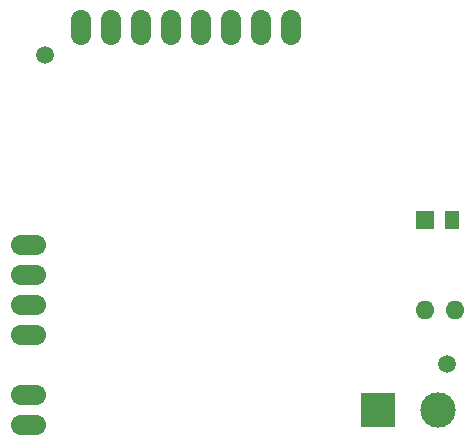
<source format=gbr>
%TF.GenerationSoftware,KiCad,Pcbnew,7.0.11-2.fc39*%
%TF.CreationDate,2024-08-16T08:17:41-07:00*%
%TF.ProjectId,wall_clock_full,77616c6c-5f63-46c6-9f63-6b5f66756c6c,A0*%
%TF.SameCoordinates,PX6d01460PY3072580*%
%TF.FileFunction,Soldermask,Bot*%
%TF.FilePolarity,Negative*%
%FSLAX46Y46*%
G04 Gerber Fmt 4.6, Leading zero omitted, Abs format (unit mm)*
G04 Created by KiCad (PCBNEW 7.0.11-2.fc39) date 2024-08-16 08:17:41*
%MOMM*%
%LPD*%
G01*
G04 APERTURE LIST*
G04 Aperture macros list*
%AMFreePoly0*
4,1,31,0.635000,0.558106,0.687664,0.499617,0.776514,0.345726,0.831425,0.176725,0.850000,0.000000,0.831425,-0.176725,0.776514,-0.345726,0.687664,-0.499617,0.635000,-0.558106,0.635000,-0.850000,0.000000,-0.850000,0.000000,-0.845344,-0.088849,-0.845344,-0.262664,-0.808398,-0.425000,-0.736122,-0.568761,-0.631673,-0.687664,-0.499617,-0.776514,-0.345726,-0.831425,-0.176725,-0.850000,0.000000,
-0.831425,0.176725,-0.776514,0.345726,-0.687664,0.499617,-0.568761,0.631673,-0.425000,0.736122,-0.262664,0.808398,-0.088849,0.845344,0.000000,0.845344,0.000000,0.850000,0.635000,0.850000,0.635000,0.558106,0.635000,0.558106,$1*%
%AMFreePoly1*
4,1,31,0.000000,0.845344,0.088849,0.845344,0.262664,0.808398,0.425000,0.736122,0.568761,0.631673,0.687664,0.499617,0.776514,0.345726,0.831425,0.176725,0.850000,0.000000,0.831425,-0.176725,0.776514,-0.345726,0.687664,-0.499617,0.568761,-0.631673,0.425000,-0.736122,0.262664,-0.808398,0.088849,-0.845344,0.000000,-0.845344,0.000000,-0.850000,-0.635000,-0.850000,-0.635000,-0.558106,
-0.687664,-0.499617,-0.776514,-0.345726,-0.831425,-0.176725,-0.850000,0.000000,-0.831425,0.176725,-0.776514,0.345726,-0.687664,0.499617,-0.635000,0.558106,-0.635000,0.850000,0.000000,0.850000,0.000000,0.845344,0.000000,0.845344,$1*%
G04 Aperture macros list end*
%ADD10FreePoly0,270.000000*%
%ADD11FreePoly1,270.000000*%
%ADD12FreePoly0,0.000000*%
%ADD13FreePoly1,0.000000*%
%ADD14R,1.600000X1.600000*%
%ADD15O,1.600000X1.600000*%
%ADD16R,1.300000X1.600000*%
%ADD17R,3.000000X3.000000*%
%ADD18C,3.000000*%
%ADD19C,1.500000*%
G04 APERTURE END LIST*
D10*
%TO.C,J7*%
X10160000Y0D03*
D11*
X10160000Y-1270000D03*
%TD*%
D10*
%TO.C,J5*%
X15240000Y0D03*
D11*
X15240000Y-1270000D03*
%TD*%
D12*
%TO.C,J13*%
X0Y-24130000D03*
D13*
X1270000Y-24130000D03*
%TD*%
D10*
%TO.C,J9*%
X5080000Y0D03*
D11*
X5080000Y-1270000D03*
%TD*%
D12*
%TO.C,J16*%
X0Y-34290000D03*
D13*
X1270000Y-34290000D03*
%TD*%
D10*
%TO.C,J2*%
X22860000Y0D03*
D11*
X22860000Y-1270000D03*
%TD*%
D10*
%TO.C,J3*%
X20320000Y0D03*
D11*
X20320000Y-1270000D03*
%TD*%
D10*
%TO.C,J8*%
X7620000Y0D03*
D11*
X7620000Y-1270000D03*
%TD*%
D12*
%TO.C,J11*%
X0Y-19050000D03*
D13*
X1270000Y-19050000D03*
%TD*%
D12*
%TO.C,J12*%
X0Y-21590000D03*
D13*
X1270000Y-21590000D03*
%TD*%
D14*
%TO.C,D2*%
X34163000Y-16891000D03*
D15*
X34163000Y-24511000D03*
%TD*%
D10*
%TO.C,J6*%
X12700000Y0D03*
D11*
X12700000Y-1270000D03*
%TD*%
D16*
%TO.C,D1*%
X36449000Y-16891000D03*
D15*
X36703000Y-24511000D03*
%TD*%
D12*
%TO.C,J15*%
X0Y-31750000D03*
D13*
X1270000Y-31750000D03*
%TD*%
D12*
%TO.C,J14*%
X0Y-26670000D03*
D13*
X1270000Y-26670000D03*
%TD*%
D10*
%TO.C,J4*%
X17780000Y0D03*
D11*
X17780000Y-1270000D03*
%TD*%
D17*
%TO.C,J1*%
X30226000Y-33014415D03*
D18*
X35306000Y-33014415D03*
%TD*%
D19*
%TO.C,FID4*%
X36068000Y-29083000D03*
%TD*%
%TO.C,FID3*%
X2032000Y-2921000D03*
%TD*%
M02*

</source>
